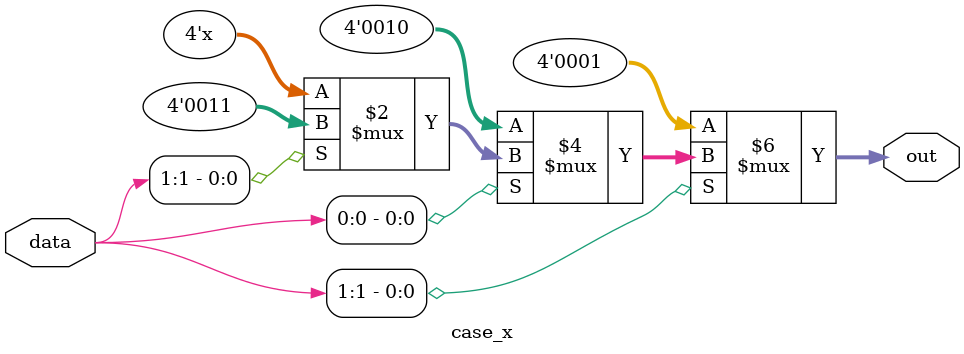
<source format=v>
module case_x(
  input  [1:0] data,
  output reg [3:0] out);
    
  always @(*) begin
    casex(data)
      2'b0z: out = 1;
      2'bz0: out = 2;
      2'b1z: out = 3;
      2'bxz: out = 4;
      
      2'b0x: out = 5;
      2'bx0: out = 6;
      2'b1x: out = 7;
      2'bx1: out = 8;

      default: $display("Invalid sel input");
    endcase
  end
endmodule
// output :
/*
# data = x1 -> out = 1
# data = 0x -> out = 1
# data = x0 -> out = 1
# data = z1 -> out = 1
# data = 0z -> out = 1
# data = z0 -> out = 1
# data = 1z -> out = 2
*/

</source>
